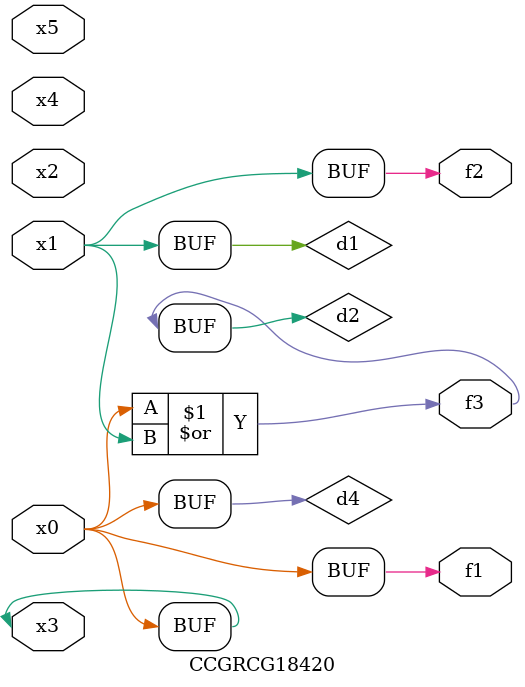
<source format=v>
module CCGRCG18420(
	input x0, x1, x2, x3, x4, x5,
	output f1, f2, f3
);

	wire d1, d2, d3, d4;

	and (d1, x1);
	or (d2, x0, x1);
	nand (d3, x0, x5);
	buf (d4, x0, x3);
	assign f1 = d4;
	assign f2 = d1;
	assign f3 = d2;
endmodule

</source>
